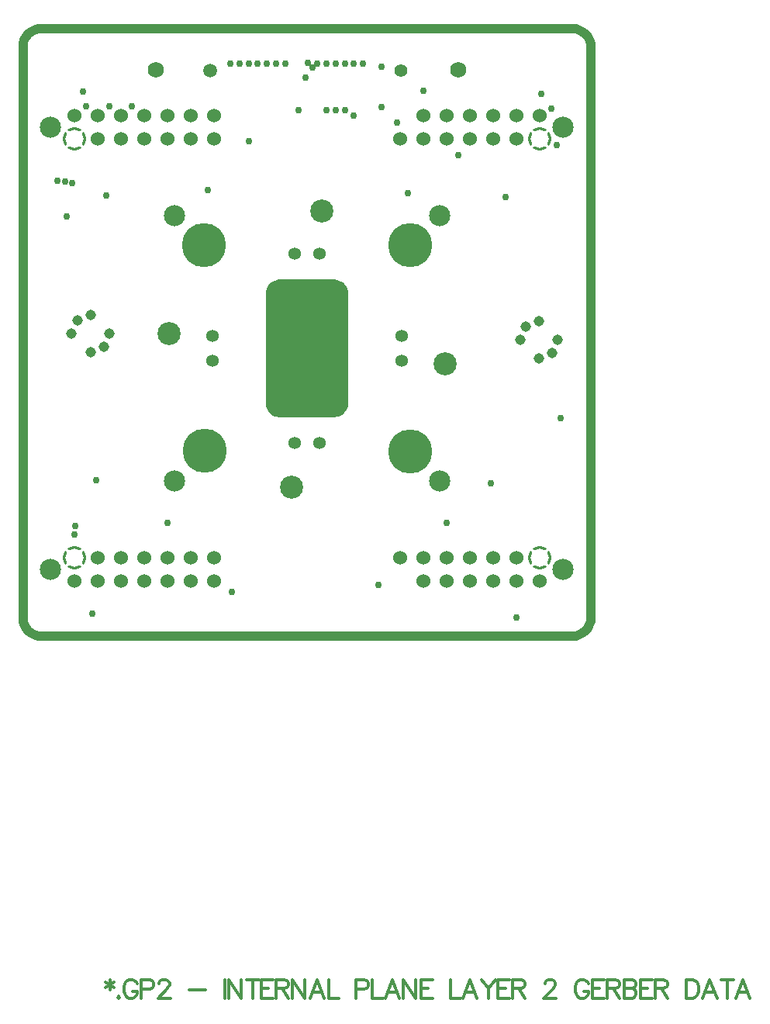
<source format=gbr>
G04 Layer_Physical_Order=2*
G04 Layer_Color=128*
%FSLAX26Y26*%
%MOIN*%
%TF.FileFunction,Copper,L2,Inr,Plane*%
%TF.Part,Single*%
G01*
G75*
%TA.AperFunction,NonConductor*%
%ADD30C,0.040000*%
%ADD31C,0.012008*%
%TA.AperFunction,ComponentPad*%
%ADD32C,0.055433*%
%ADD33C,0.059370*%
%ADD34C,0.053465*%
%ADD35C,0.098740*%
%ADD36C,0.045000*%
G04:AMPARAMS|DCode=37|XSize=100mil|YSize=100mil|CornerRadius=0mil|HoleSize=0mil|Usage=FLASHONLY|Rotation=0.000|XOffset=0mil|YOffset=0mil|HoleType=Round|Shape=Relief|Width=10mil|Gap=10mil|Entries=4|*
%AMTHD37*
7,0,0,0.100000,0.080000,0.010000,45*
%
%ADD37THD37*%
%ADD38C,0.060000*%
%TA.AperFunction,WasherPad*%
%ADD39C,0.090866*%
%ADD40C,0.189291*%
%ADD41C,0.069213*%
%TA.AperFunction,ViaPad*%
%ADD42C,0.030000*%
G36*
X1347265Y1510824D02*
X1355586Y1507912D01*
X1363051Y1503222D01*
X1369285Y1496988D01*
X1373975Y1489523D01*
X1376887Y1481202D01*
X1377874Y1472441D01*
Y1000000D01*
X1376887Y991239D01*
X1373975Y982918D01*
X1369285Y975453D01*
X1363051Y969219D01*
X1355586Y964529D01*
X1347265Y961617D01*
X1338504Y960630D01*
X1102284D01*
X1093523Y961617D01*
X1085201Y964529D01*
X1077737Y969219D01*
X1071503Y975453D01*
X1066812Y982918D01*
X1063900Y991239D01*
X1062914Y1000000D01*
Y1472441D01*
X1063900Y1481202D01*
X1066812Y1489523D01*
X1071503Y1496988D01*
X1077737Y1503222D01*
X1085201Y1507912D01*
X1093523Y1510824D01*
X1102284Y1511811D01*
X1338504D01*
X1347265Y1510824D01*
D02*
G37*
D30*
X1338504Y1511811D02*
X1347265Y1510824D01*
X1355586Y1507912D01*
X1363051Y1503222D01*
X1369285Y1496988D01*
X1373975Y1489523D01*
X1376887Y1481202D01*
X1377874Y1472441D01*
Y1000000D02*
Y1472441D01*
X1376887Y991239D02*
X1377874Y1000000D01*
X1373975Y982918D02*
X1376887Y991239D01*
X1369285Y975453D02*
X1373975Y982918D01*
X1363051Y969219D02*
X1369285Y975453D01*
X1355586Y964529D02*
X1363051Y969219D01*
X1347265Y961617D02*
X1355586Y964529D01*
X1338504Y960630D02*
X1347265Y961617D01*
X1102284Y960630D02*
X1338504D01*
X1093523Y961617D02*
X1102284Y960630D01*
X1085201Y964529D02*
X1093523Y961617D01*
X1077737Y969219D02*
X1085201Y964529D01*
X1071503Y975453D02*
X1077737Y969219D01*
X1066812Y982918D02*
X1071503Y975453D01*
X1063900Y991239D02*
X1066812Y982918D01*
X1062914Y1000000D02*
X1063900Y991239D01*
X1062914Y1000000D02*
Y1472441D01*
X1063900Y1481202D01*
X1066812Y1489523D01*
X1071503Y1496988D01*
X1077737Y1503222D01*
X1085201Y1507912D01*
X1093523Y1510824D01*
X1102284Y1511811D01*
X1338504D01*
X2366072Y2610236D02*
X2377640Y2609097D01*
X74872Y2610236D02*
X2366072D01*
X63304Y2609097D02*
X74872Y2610236D01*
X48462Y2604594D02*
X63304Y2609097D01*
X34783Y2597283D02*
X48462Y2604594D01*
X22793Y2587443D02*
X34783Y2597283D01*
X12953Y2575453D02*
X22793Y2587443D01*
X5642Y2561774D02*
X12953Y2575453D01*
X1139Y2546932D02*
X5642Y2561774D01*
X0Y2535364D02*
X1139Y2546932D01*
X0Y2531496D02*
Y2535364D01*
X-1Y78740D02*
X0Y2531496D01*
X-1Y74872D02*
Y78740D01*
Y74872D02*
X1139Y63304D01*
X5641Y48462D01*
X12953Y34782D01*
X22793Y22793D01*
X34782Y12953D01*
X48462Y5641D01*
X63304Y1139D01*
X74872Y-1D01*
X78740Y0D01*
X2366073D01*
X2377640Y1139D01*
X2392483Y5642D01*
X2406162Y12953D01*
X2418152Y22793D01*
X2427992Y34783D01*
X2435303Y48462D01*
X2439806Y63305D01*
X2440945Y74873D01*
X2440944Y78740D02*
X2440945Y74873D01*
X2440944Y78740D02*
Y2531496D01*
Y2535364D01*
X2439805Y2546932D02*
X2440944Y2535364D01*
X2435302Y2561774D02*
X2439805Y2546932D01*
X2427991Y2575453D02*
X2435302Y2561774D01*
X2418151Y2587443D02*
X2427991Y2575453D01*
X2406161Y2597283D02*
X2418151Y2587443D01*
X2392482Y2604594D02*
X2406161Y2597283D01*
X2377640Y2609097D02*
X2392482Y2604594D01*
D31*
X373043Y-1476017D02*
Y-1521722D01*
X354000Y-1487443D02*
X392087Y-1510295D01*
Y-1487443D02*
X354000Y-1510295D01*
X412273Y-1548383D02*
X408464Y-1552191D01*
X412273Y-1556000D01*
X416082Y-1552191D01*
X412273Y-1548383D01*
X490733Y-1495061D02*
X486924Y-1487443D01*
X479307Y-1479826D01*
X471689Y-1476017D01*
X456454D01*
X448837Y-1479826D01*
X441219Y-1487443D01*
X437411Y-1495061D01*
X433602Y-1506487D01*
Y-1525530D01*
X437411Y-1536957D01*
X441219Y-1544574D01*
X448837Y-1552191D01*
X456454Y-1556000D01*
X471689D01*
X479307Y-1552191D01*
X486924Y-1544574D01*
X490733Y-1536957D01*
Y-1525530D01*
X471689D02*
X490733D01*
X509014Y-1517913D02*
X543293D01*
X554719Y-1514104D01*
X558528Y-1510295D01*
X562336Y-1502678D01*
Y-1491252D01*
X558528Y-1483635D01*
X554719Y-1479826D01*
X543293Y-1476017D01*
X509014D01*
Y-1556000D01*
X584046Y-1495061D02*
Y-1491252D01*
X587855Y-1483635D01*
X591663Y-1479826D01*
X599281Y-1476017D01*
X614516D01*
X622133Y-1479826D01*
X625942Y-1483635D01*
X629750Y-1491252D01*
Y-1498869D01*
X625942Y-1506487D01*
X618324Y-1517913D01*
X580237Y-1556000D01*
X633559D01*
X714304Y-1521722D02*
X782860D01*
X869318Y-1476017D02*
Y-1556000D01*
X886076Y-1476017D02*
Y-1556000D01*
Y-1476017D02*
X939398Y-1556000D01*
Y-1476017D02*
Y-1556000D01*
X988150Y-1476017D02*
Y-1556000D01*
X961489Y-1476017D02*
X1014811D01*
X1073846D02*
X1024332D01*
Y-1556000D01*
X1073846D01*
X1024332Y-1514104D02*
X1054802D01*
X1087176Y-1476017D02*
Y-1556000D01*
Y-1476017D02*
X1121455D01*
X1132881Y-1479826D01*
X1136689Y-1483635D01*
X1140498Y-1491252D01*
Y-1498869D01*
X1136689Y-1506487D01*
X1132881Y-1510295D01*
X1121455Y-1514104D01*
X1087176D01*
X1113837D02*
X1140498Y-1556000D01*
X1158399Y-1476017D02*
Y-1556000D01*
Y-1476017D02*
X1211721Y-1556000D01*
Y-1476017D02*
Y-1556000D01*
X1294751D02*
X1264281Y-1476017D01*
X1233811Y-1556000D01*
X1245237Y-1529339D02*
X1283325D01*
X1313413Y-1476017D02*
Y-1556000D01*
X1359118D01*
X1430722Y-1517913D02*
X1465000D01*
X1476426Y-1514104D01*
X1480235Y-1510295D01*
X1484043Y-1502678D01*
Y-1491252D01*
X1480235Y-1483635D01*
X1476426Y-1479826D01*
X1465000Y-1476017D01*
X1430722D01*
Y-1556000D01*
X1501944Y-1476017D02*
Y-1556000D01*
X1547649D01*
X1617348D02*
X1586879Y-1476017D01*
X1556409Y-1556000D01*
X1567835Y-1529339D02*
X1605922D01*
X1636011Y-1476017D02*
Y-1556000D01*
Y-1476017D02*
X1689333Y-1556000D01*
Y-1476017D02*
Y-1556000D01*
X1760937Y-1476017D02*
X1711423D01*
Y-1556000D01*
X1760937D01*
X1711423Y-1514104D02*
X1741893D01*
X1837111Y-1476017D02*
Y-1556000D01*
X1882815D01*
X1952514D02*
X1922045Y-1476017D01*
X1891575Y-1556000D01*
X1903001Y-1529339D02*
X1941088D01*
X1971177Y-1476017D02*
X2001647Y-1514104D01*
Y-1556000D01*
X2032117Y-1476017D02*
X2001647Y-1514104D01*
X2091913Y-1476017D02*
X2042400D01*
Y-1556000D01*
X2091913D01*
X2042400Y-1514104D02*
X2072870D01*
X2105244Y-1476017D02*
Y-1556000D01*
Y-1476017D02*
X2139522D01*
X2150948Y-1479826D01*
X2154757Y-1483635D01*
X2158566Y-1491252D01*
Y-1498869D01*
X2154757Y-1506487D01*
X2150948Y-1510295D01*
X2139522Y-1514104D01*
X2105244D01*
X2131905D02*
X2158566Y-1556000D01*
X2243119Y-1495061D02*
Y-1491252D01*
X2246928Y-1483635D01*
X2250736Y-1479826D01*
X2258354Y-1476017D01*
X2273589D01*
X2281206Y-1479826D01*
X2285015Y-1483635D01*
X2288823Y-1491252D01*
Y-1498869D01*
X2285015Y-1506487D01*
X2277397Y-1517913D01*
X2239310Y-1556000D01*
X2292632D01*
X2430507Y-1495061D02*
X2426699Y-1487443D01*
X2419081Y-1479826D01*
X2411464Y-1476017D01*
X2396229D01*
X2388611Y-1479826D01*
X2380994Y-1487443D01*
X2377185Y-1495061D01*
X2373377Y-1506487D01*
Y-1525530D01*
X2377185Y-1536957D01*
X2380994Y-1544574D01*
X2388611Y-1552191D01*
X2396229Y-1556000D01*
X2411464D01*
X2419081Y-1552191D01*
X2426699Y-1544574D01*
X2430507Y-1536957D01*
Y-1525530D01*
X2411464D02*
X2430507D01*
X2498302Y-1476017D02*
X2448789D01*
Y-1556000D01*
X2498302D01*
X2448789Y-1514104D02*
X2479259D01*
X2511633Y-1476017D02*
Y-1556000D01*
Y-1476017D02*
X2545911D01*
X2557337Y-1479826D01*
X2561146Y-1483635D01*
X2564955Y-1491252D01*
Y-1498869D01*
X2561146Y-1506487D01*
X2557337Y-1510295D01*
X2545911Y-1514104D01*
X2511633D01*
X2538294D02*
X2564955Y-1556000D01*
X2582856Y-1476017D02*
Y-1556000D01*
Y-1476017D02*
X2617134D01*
X2628560Y-1479826D01*
X2632369Y-1483635D01*
X2636177Y-1491252D01*
Y-1498869D01*
X2632369Y-1506487D01*
X2628560Y-1510295D01*
X2617134Y-1514104D01*
X2582856D02*
X2617134D01*
X2628560Y-1517913D01*
X2632369Y-1521722D01*
X2636177Y-1529339D01*
Y-1540765D01*
X2632369Y-1548383D01*
X2628560Y-1552191D01*
X2617134Y-1556000D01*
X2582856D01*
X2703592Y-1476017D02*
X2654078D01*
Y-1556000D01*
X2703592D01*
X2654078Y-1514104D02*
X2684548D01*
X2716922Y-1476017D02*
Y-1556000D01*
Y-1476017D02*
X2751200D01*
X2762627Y-1479826D01*
X2766435Y-1483635D01*
X2770244Y-1491252D01*
Y-1498869D01*
X2766435Y-1506487D01*
X2762627Y-1510295D01*
X2751200Y-1514104D01*
X2716922D01*
X2743583D02*
X2770244Y-1556000D01*
X2850989Y-1476017D02*
Y-1556000D01*
Y-1476017D02*
X2877650D01*
X2889076Y-1479826D01*
X2896693Y-1487443D01*
X2900502Y-1495061D01*
X2904311Y-1506487D01*
Y-1525530D01*
X2900502Y-1536957D01*
X2896693Y-1544574D01*
X2889076Y-1552191D01*
X2877650Y-1556000D01*
X2850989D01*
X2983151D02*
X2952681Y-1476017D01*
X2922211Y-1556000D01*
X2933637Y-1529339D02*
X2971725D01*
X3028474Y-1476017D02*
Y-1556000D01*
X3001813Y-1476017D02*
X3055135D01*
X3125596Y-1556000D02*
X3095127Y-1476017D01*
X3064657Y-1556000D01*
X3076083Y-1529339D02*
X3114170D01*
D32*
X1625078Y2429133D02*
D03*
D33*
X806182D02*
D03*
D34*
X813774Y1183274D02*
D03*
X1167328Y829720D02*
D03*
X813972Y1289366D02*
D03*
X1167524Y1642919D02*
D03*
X1273618Y829719D02*
D03*
X1627170Y1183274D02*
D03*
X1273618Y1642722D02*
D03*
X1627170Y1289168D02*
D03*
D35*
X1813760Y1169901D02*
D03*
X1156122Y640963D02*
D03*
X627184Y1298601D02*
D03*
X1284822Y1827540D02*
D03*
D36*
X2297000Y1273999D02*
D03*
X2275000Y1216999D02*
D03*
X2217000Y1192999D02*
D03*
X2136378Y1272999D02*
D03*
X2161000Y1328999D02*
D03*
X2217000Y1351999D02*
D03*
X370000Y1300999D02*
D03*
X348000Y1243999D02*
D03*
X290000Y1219999D02*
D03*
X209378Y1299999D02*
D03*
X234000Y1355999D02*
D03*
X290000Y1378999D02*
D03*
D37*
X220490Y2136222D02*
D03*
X2220490D02*
D03*
X220490Y336221D02*
D03*
X2220490D02*
D03*
D38*
X320490Y2136222D02*
D03*
X420490D02*
D03*
X520490D02*
D03*
X620490D02*
D03*
X720490D02*
D03*
X820490D02*
D03*
X1620490D02*
D03*
X1720490D02*
D03*
X1820490D02*
D03*
X1920490D02*
D03*
X2020490D02*
D03*
X2120490D02*
D03*
X220490Y2236222D02*
D03*
X320490D02*
D03*
X420490D02*
D03*
X520490D02*
D03*
X620490D02*
D03*
X720490D02*
D03*
X820490D02*
D03*
X1720490D02*
D03*
X1820490D02*
D03*
X1920490D02*
D03*
X2020490D02*
D03*
X2120490D02*
D03*
X2220490D02*
D03*
X320490Y336221D02*
D03*
X420490D02*
D03*
X520490D02*
D03*
X620490D02*
D03*
X720490D02*
D03*
X820490D02*
D03*
X1620490D02*
D03*
X1720490D02*
D03*
X1820490D02*
D03*
X1920490D02*
D03*
X2020490D02*
D03*
X2120490D02*
D03*
X220490Y236221D02*
D03*
X320490D02*
D03*
X420490D02*
D03*
X520490D02*
D03*
X620490D02*
D03*
X720490D02*
D03*
X820490D02*
D03*
X1720490D02*
D03*
X1820490D02*
D03*
X1920490D02*
D03*
X2020490D02*
D03*
X2120490D02*
D03*
X2220490D02*
D03*
D39*
X2322834Y286221D02*
D03*
X118110D02*
D03*
X2322834Y2186222D02*
D03*
X1791338Y1807088D02*
D03*
Y665354D02*
D03*
X649606D02*
D03*
X118110Y2186222D02*
D03*
X649606Y1807088D02*
D03*
D40*
X782402Y795275D02*
D03*
X1663386Y793308D02*
D03*
X777560Y1679133D02*
D03*
X1663386D02*
D03*
D41*
X1870078Y2433072D02*
D03*
X570866D02*
D03*
D42*
X1087678Y2461000D02*
D03*
X1048308D02*
D03*
X1127048D02*
D03*
X1422322Y2235000D02*
D03*
X1540000Y2273884D02*
D03*
X297000Y98000D02*
D03*
X270000Y2275000D02*
D03*
X1243500Y2442126D02*
D03*
X1529000Y219000D02*
D03*
X793000Y1915000D02*
D03*
X2073017Y1886984D02*
D03*
X1871000Y2066000D02*
D03*
X316000Y669000D02*
D03*
X188000Y1802000D02*
D03*
X2012000Y656712D02*
D03*
X359000Y1894000D02*
D03*
X221000Y436000D02*
D03*
X2312626Y935000D02*
D03*
X2229500Y2328500D02*
D03*
X182000Y1954000D02*
D03*
X223000Y474000D02*
D03*
X212000Y1946094D02*
D03*
X148000Y1955000D02*
D03*
X468000Y2275000D02*
D03*
X370000D02*
D03*
X1607000Y2205000D02*
D03*
X1720000Y2343000D02*
D03*
X1186102Y2260102D02*
D03*
X257000Y2339000D02*
D03*
X1008938Y2461000D02*
D03*
X890826Y2461174D02*
D03*
X930196Y2461000D02*
D03*
X969566D02*
D03*
X1382952D02*
D03*
X1461692D02*
D03*
X1422322D02*
D03*
X2121999Y79999D02*
D03*
X1820000Y485000D02*
D03*
X620490Y487500D02*
D03*
X899000Y191000D02*
D03*
X1304000Y2260000D02*
D03*
X1540434Y2445434D02*
D03*
X1656001Y1902001D02*
D03*
X2271000Y2267000D02*
D03*
X2293000Y2110000D02*
D03*
X971000Y2126000D02*
D03*
X1216000Y2399000D02*
D03*
X1224000Y2462000D02*
D03*
X1266000Y2461000D02*
D03*
X1345582D02*
D03*
X1303000D02*
D03*
X1343582Y2260000D02*
D03*
X1382952D02*
D03*
%TF.MD5,A6BE3313DA8AFAFD04FDCB84C640DEE4*%
M02*

</source>
